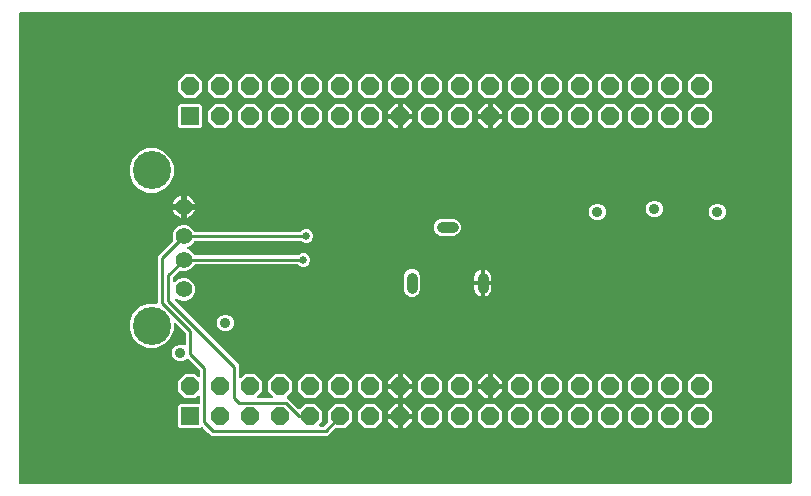
<source format=gbr>
G04 EAGLE Gerber RS-274X export*
G75*
%MOMM*%
%FSLAX34Y34*%
%LPD*%
%INBottom Copper*%
%IPPOS*%
%AMOC8*
5,1,8,0,0,1.08239X$1,22.5*%
G01*
%ADD10R,1.524000X1.524000*%
%ADD11P,1.649562X8X22.500000*%
%ADD12C,0.904800*%
%ADD13C,1.400000*%
%ADD14C,3.220000*%
%ADD15C,0.609600*%
%ADD16C,0.654800*%
%ADD17C,0.914400*%
%ADD18C,0.254000*%

G36*
X655946Y3318D02*
X655946Y3318D01*
X656065Y3325D01*
X656103Y3338D01*
X656144Y3343D01*
X656254Y3386D01*
X656367Y3423D01*
X656402Y3445D01*
X656439Y3460D01*
X656535Y3529D01*
X656636Y3593D01*
X656664Y3623D01*
X656697Y3646D01*
X656773Y3738D01*
X656854Y3825D01*
X656874Y3860D01*
X656899Y3891D01*
X656950Y3999D01*
X657008Y4103D01*
X657018Y4143D01*
X657035Y4179D01*
X657057Y4296D01*
X657087Y4411D01*
X657091Y4471D01*
X657095Y4491D01*
X657093Y4512D01*
X657097Y4572D01*
X657097Y401828D01*
X657082Y401946D01*
X657075Y402065D01*
X657062Y402103D01*
X657057Y402144D01*
X657014Y402254D01*
X656977Y402367D01*
X656955Y402402D01*
X656940Y402439D01*
X656871Y402535D01*
X656807Y402636D01*
X656777Y402664D01*
X656754Y402697D01*
X656662Y402773D01*
X656575Y402854D01*
X656540Y402874D01*
X656509Y402899D01*
X656401Y402950D01*
X656297Y403008D01*
X656257Y403018D01*
X656221Y403035D01*
X656104Y403057D01*
X655989Y403087D01*
X655929Y403091D01*
X655909Y403095D01*
X655888Y403093D01*
X655828Y403097D01*
X4572Y403097D01*
X4454Y403082D01*
X4335Y403075D01*
X4297Y403062D01*
X4256Y403057D01*
X4146Y403014D01*
X4033Y402977D01*
X3998Y402955D01*
X3961Y402940D01*
X3865Y402871D01*
X3764Y402807D01*
X3736Y402777D01*
X3703Y402754D01*
X3627Y402662D01*
X3546Y402575D01*
X3526Y402540D01*
X3501Y402509D01*
X3450Y402401D01*
X3392Y402297D01*
X3382Y402257D01*
X3365Y402221D01*
X3343Y402104D01*
X3313Y401989D01*
X3309Y401929D01*
X3305Y401909D01*
X3307Y401888D01*
X3303Y401828D01*
X3303Y4572D01*
X3318Y4454D01*
X3325Y4335D01*
X3338Y4297D01*
X3343Y4256D01*
X3386Y4146D01*
X3423Y4033D01*
X3445Y3998D01*
X3460Y3961D01*
X3529Y3865D01*
X3593Y3764D01*
X3623Y3736D01*
X3646Y3703D01*
X3738Y3627D01*
X3825Y3546D01*
X3860Y3526D01*
X3891Y3501D01*
X3999Y3450D01*
X4103Y3392D01*
X4143Y3382D01*
X4179Y3365D01*
X4296Y3343D01*
X4411Y3313D01*
X4471Y3309D01*
X4491Y3305D01*
X4512Y3307D01*
X4572Y3303D01*
X655828Y3303D01*
X655946Y3318D01*
G37*
%LPC*%
G36*
X166062Y44449D02*
X166062Y44449D01*
X163458Y47053D01*
X159219Y51291D01*
X159125Y51364D01*
X159036Y51443D01*
X159000Y51461D01*
X158968Y51486D01*
X158859Y51534D01*
X158753Y51588D01*
X158714Y51597D01*
X158676Y51613D01*
X158559Y51631D01*
X158443Y51657D01*
X158402Y51656D01*
X158362Y51662D01*
X158244Y51651D01*
X158125Y51648D01*
X158086Y51636D01*
X158046Y51633D01*
X157934Y51592D01*
X157819Y51559D01*
X157784Y51539D01*
X157746Y51525D01*
X157648Y51458D01*
X157545Y51398D01*
X157500Y51358D01*
X157483Y51346D01*
X157470Y51331D01*
X157424Y51291D01*
X156672Y50539D01*
X139328Y50539D01*
X137839Y52028D01*
X137839Y69372D01*
X139328Y70861D01*
X154940Y70861D01*
X155058Y70876D01*
X155177Y70883D01*
X155215Y70896D01*
X155256Y70901D01*
X155366Y70944D01*
X155479Y70981D01*
X155514Y71003D01*
X155551Y71018D01*
X155647Y71087D01*
X155748Y71151D01*
X155776Y71181D01*
X155809Y71204D01*
X155885Y71296D01*
X155966Y71383D01*
X155986Y71418D01*
X156011Y71449D01*
X156062Y71557D01*
X156120Y71661D01*
X156130Y71701D01*
X156147Y71737D01*
X156169Y71854D01*
X156199Y71969D01*
X156203Y72029D01*
X156207Y72049D01*
X156205Y72070D01*
X156209Y72130D01*
X156209Y76876D01*
X156192Y77013D01*
X156179Y77152D01*
X156172Y77171D01*
X156169Y77191D01*
X156118Y77320D01*
X156071Y77451D01*
X156060Y77468D01*
X156052Y77487D01*
X155971Y77599D01*
X155893Y77714D01*
X155877Y77728D01*
X155866Y77744D01*
X155758Y77833D01*
X155654Y77925D01*
X155636Y77934D01*
X155621Y77947D01*
X155495Y78006D01*
X155371Y78069D01*
X155351Y78074D01*
X155333Y78083D01*
X155197Y78109D01*
X155061Y78139D01*
X155040Y78138D01*
X155021Y78142D01*
X154882Y78134D01*
X154743Y78129D01*
X154723Y78124D01*
X154703Y78123D01*
X154571Y78080D01*
X154437Y78041D01*
X154420Y78031D01*
X154401Y78025D01*
X154283Y77950D01*
X154163Y77879D01*
X154142Y77861D01*
X154132Y77854D01*
X154118Y77839D01*
X154043Y77773D01*
X152209Y75939D01*
X143791Y75939D01*
X137839Y81891D01*
X137839Y90309D01*
X143791Y96261D01*
X152209Y96261D01*
X154043Y94427D01*
X154152Y94342D01*
X154259Y94253D01*
X154278Y94244D01*
X154294Y94232D01*
X154422Y94177D01*
X154547Y94117D01*
X154567Y94114D01*
X154586Y94106D01*
X154724Y94084D01*
X154860Y94058D01*
X154880Y94059D01*
X154900Y94056D01*
X155039Y94069D01*
X155177Y94077D01*
X155196Y94084D01*
X155216Y94086D01*
X155348Y94133D01*
X155479Y94175D01*
X155497Y94186D01*
X155516Y94193D01*
X155631Y94271D01*
X155748Y94346D01*
X155762Y94360D01*
X155779Y94372D01*
X155871Y94476D01*
X155966Y94577D01*
X155976Y94595D01*
X155989Y94610D01*
X156053Y94734D01*
X156120Y94856D01*
X156125Y94875D01*
X156134Y94893D01*
X156164Y95029D01*
X156199Y95164D01*
X156201Y95192D01*
X156204Y95204D01*
X156203Y95224D01*
X156209Y95324D01*
X156209Y99496D01*
X156197Y99594D01*
X156194Y99693D01*
X156177Y99751D01*
X156169Y99811D01*
X156133Y99903D01*
X156105Y99999D01*
X156075Y100051D01*
X156052Y100107D01*
X155994Y100187D01*
X155944Y100272D01*
X155878Y100348D01*
X155866Y100364D01*
X155856Y100372D01*
X155838Y100393D01*
X146875Y109356D01*
X146742Y109488D01*
X146648Y109561D01*
X146559Y109640D01*
X146523Y109659D01*
X146491Y109683D01*
X146382Y109731D01*
X146276Y109785D01*
X146236Y109794D01*
X146199Y109810D01*
X146082Y109828D01*
X145965Y109854D01*
X145925Y109853D01*
X145885Y109860D01*
X145767Y109848D01*
X145648Y109845D01*
X145609Y109834D01*
X145569Y109830D01*
X145457Y109790D01*
X145342Y109756D01*
X145307Y109736D01*
X145269Y109722D01*
X145171Y109655D01*
X145068Y109595D01*
X145023Y109555D01*
X145006Y109544D01*
X144993Y109528D01*
X144947Y109488D01*
X143729Y108270D01*
X141115Y107187D01*
X138285Y107187D01*
X135671Y108270D01*
X133670Y110271D01*
X132587Y112885D01*
X132587Y115715D01*
X133670Y118329D01*
X135671Y120330D01*
X138285Y121413D01*
X141115Y121413D01*
X142516Y120832D01*
X142564Y120819D01*
X142609Y120798D01*
X142717Y120777D01*
X142823Y120748D01*
X142873Y120747D01*
X142922Y120738D01*
X143031Y120745D01*
X143141Y120743D01*
X143189Y120755D01*
X143239Y120758D01*
X143343Y120792D01*
X143450Y120817D01*
X143494Y120841D01*
X143541Y120856D01*
X143634Y120915D01*
X143731Y120966D01*
X143768Y120999D01*
X143810Y121026D01*
X143885Y121106D01*
X143967Y121180D01*
X143994Y121221D01*
X144028Y121258D01*
X144081Y121354D01*
X144141Y121446D01*
X144158Y121493D01*
X144182Y121536D01*
X144209Y121642D01*
X144245Y121746D01*
X144249Y121796D01*
X144261Y121844D01*
X144271Y122005D01*
X144271Y130970D01*
X144259Y131068D01*
X144256Y131167D01*
X144239Y131225D01*
X144231Y131285D01*
X144195Y131377D01*
X144167Y131473D01*
X144137Y131525D01*
X144114Y131581D01*
X144056Y131661D01*
X144006Y131746D01*
X143940Y131822D01*
X143928Y131838D01*
X143918Y131846D01*
X143900Y131867D01*
X136306Y139460D01*
X136197Y139546D01*
X136090Y139634D01*
X136071Y139643D01*
X136055Y139655D01*
X135927Y139711D01*
X135802Y139770D01*
X135782Y139774D01*
X135763Y139782D01*
X135625Y139804D01*
X135489Y139830D01*
X135469Y139828D01*
X135449Y139831D01*
X135310Y139818D01*
X135172Y139810D01*
X135153Y139804D01*
X135133Y139802D01*
X135001Y139754D01*
X134870Y139712D01*
X134852Y139701D01*
X134833Y139694D01*
X134718Y139616D01*
X134601Y139542D01*
X134587Y139527D01*
X134570Y139515D01*
X134478Y139411D01*
X134383Y139310D01*
X134373Y139292D01*
X134360Y139277D01*
X134296Y139153D01*
X134229Y139031D01*
X134224Y139012D01*
X134215Y138994D01*
X134185Y138858D01*
X134150Y138724D01*
X134148Y138695D01*
X134145Y138684D01*
X134146Y138663D01*
X134140Y138563D01*
X134140Y133792D01*
X131302Y126941D01*
X126058Y121697D01*
X119207Y118859D01*
X111791Y118859D01*
X104940Y121697D01*
X99696Y126941D01*
X96858Y133792D01*
X96858Y141208D01*
X99696Y148059D01*
X104940Y153303D01*
X111791Y156141D01*
X119380Y156141D01*
X119498Y156156D01*
X119617Y156163D01*
X119655Y156176D01*
X119696Y156181D01*
X119806Y156224D01*
X119919Y156261D01*
X119954Y156283D01*
X119991Y156298D01*
X120087Y156367D01*
X120188Y156431D01*
X120216Y156461D01*
X120249Y156484D01*
X120325Y156576D01*
X120406Y156663D01*
X120426Y156698D01*
X120451Y156729D01*
X120502Y156837D01*
X120560Y156941D01*
X120570Y156981D01*
X120587Y157017D01*
X120609Y157134D01*
X120639Y157249D01*
X120643Y157309D01*
X120647Y157329D01*
X120645Y157350D01*
X120649Y157410D01*
X120649Y196638D01*
X123253Y199242D01*
X133120Y209109D01*
X133138Y209132D01*
X133160Y209151D01*
X133235Y209257D01*
X133315Y209360D01*
X133326Y209387D01*
X133343Y209411D01*
X133389Y209533D01*
X133441Y209652D01*
X133446Y209681D01*
X133456Y209709D01*
X133470Y209838D01*
X133491Y209966D01*
X133488Y209996D01*
X133491Y210025D01*
X133473Y210153D01*
X133461Y210283D01*
X133451Y210311D01*
X133447Y210340D01*
X133395Y210492D01*
X133059Y211302D01*
X133059Y215098D01*
X134512Y218604D01*
X137196Y221288D01*
X140702Y222741D01*
X144498Y222741D01*
X148004Y221288D01*
X150688Y218604D01*
X151024Y217794D01*
X151038Y217769D01*
X151048Y217741D01*
X151117Y217631D01*
X151181Y217518D01*
X151202Y217497D01*
X151218Y217472D01*
X151313Y217383D01*
X151403Y217290D01*
X151428Y217274D01*
X151449Y217254D01*
X151563Y217191D01*
X151674Y217123D01*
X151702Y217115D01*
X151728Y217100D01*
X151854Y217068D01*
X151978Y217030D01*
X152007Y217028D01*
X152036Y217021D01*
X152196Y217011D01*
X241282Y217011D01*
X241380Y217023D01*
X241479Y217026D01*
X241537Y217043D01*
X241597Y217051D01*
X241689Y217087D01*
X241784Y217115D01*
X241837Y217145D01*
X241893Y217168D01*
X241973Y217226D01*
X242058Y217276D01*
X242134Y217342D01*
X242150Y217354D01*
X242158Y217364D01*
X242179Y217382D01*
X243086Y218290D01*
X245223Y219175D01*
X247537Y219175D01*
X249674Y218290D01*
X251310Y216654D01*
X252195Y214517D01*
X252195Y212203D01*
X251310Y210066D01*
X249674Y208430D01*
X247537Y207545D01*
X245223Y207545D01*
X243086Y208430D01*
X242499Y209018D01*
X242421Y209078D01*
X242349Y209146D01*
X242296Y209175D01*
X242248Y209212D01*
X242157Y209252D01*
X242070Y209300D01*
X242012Y209315D01*
X241956Y209339D01*
X241858Y209354D01*
X241762Y209379D01*
X241662Y209385D01*
X241642Y209389D01*
X241630Y209387D01*
X241602Y209389D01*
X152196Y209389D01*
X152167Y209386D01*
X152138Y209388D01*
X152010Y209366D01*
X151881Y209349D01*
X151854Y209339D01*
X151824Y209334D01*
X151706Y209280D01*
X151585Y209232D01*
X151561Y209215D01*
X151534Y209203D01*
X151433Y209122D01*
X151328Y209046D01*
X151309Y209023D01*
X151286Y209004D01*
X151208Y208901D01*
X151125Y208801D01*
X151113Y208774D01*
X151095Y208750D01*
X151024Y208606D01*
X150688Y207796D01*
X148004Y205112D01*
X146220Y204373D01*
X146100Y204304D01*
X145976Y204239D01*
X145961Y204225D01*
X145944Y204215D01*
X145844Y204119D01*
X145741Y204025D01*
X145730Y204008D01*
X145715Y203994D01*
X145643Y203875D01*
X145566Y203759D01*
X145560Y203740D01*
X145549Y203723D01*
X145508Y203590D01*
X145463Y203458D01*
X145461Y203438D01*
X145455Y203419D01*
X145449Y203280D01*
X145438Y203141D01*
X145441Y203121D01*
X145440Y203101D01*
X145468Y202965D01*
X145492Y202828D01*
X145501Y202809D01*
X145505Y202790D01*
X145566Y202665D01*
X145623Y202538D01*
X145635Y202522D01*
X145644Y202504D01*
X145735Y202398D01*
X145821Y202290D01*
X145838Y202277D01*
X145851Y202262D01*
X145964Y202182D01*
X146075Y202098D01*
X146101Y202086D01*
X146111Y202079D01*
X146130Y202072D01*
X146220Y202027D01*
X148004Y201288D01*
X150688Y198604D01*
X151024Y197794D01*
X151038Y197769D01*
X151048Y197741D01*
X151117Y197631D01*
X151181Y197518D01*
X151202Y197497D01*
X151218Y197472D01*
X151312Y197383D01*
X151403Y197290D01*
X151428Y197274D01*
X151449Y197254D01*
X151563Y197191D01*
X151674Y197123D01*
X151702Y197115D01*
X151728Y197100D01*
X151853Y197068D01*
X151978Y197030D01*
X152007Y197028D01*
X152036Y197021D01*
X152196Y197011D01*
X239062Y197011D01*
X239160Y197023D01*
X239259Y197026D01*
X239317Y197043D01*
X239377Y197051D01*
X239469Y197087D01*
X239564Y197115D01*
X239617Y197145D01*
X239673Y197168D01*
X239753Y197226D01*
X239838Y197276D01*
X239914Y197342D01*
X239930Y197354D01*
X239938Y197364D01*
X239959Y197382D01*
X240546Y197970D01*
X242683Y198855D01*
X244997Y198855D01*
X247134Y197970D01*
X248770Y196334D01*
X249655Y194197D01*
X249655Y191883D01*
X248770Y189746D01*
X247134Y188110D01*
X244997Y187225D01*
X242683Y187225D01*
X240546Y188110D01*
X239639Y189018D01*
X239561Y189078D01*
X239489Y189146D01*
X239436Y189175D01*
X239388Y189212D01*
X239297Y189252D01*
X239210Y189300D01*
X239152Y189315D01*
X239096Y189339D01*
X238998Y189354D01*
X238902Y189379D01*
X238802Y189385D01*
X238782Y189389D01*
X238770Y189387D01*
X238742Y189389D01*
X152196Y189389D01*
X152167Y189386D01*
X152138Y189388D01*
X152010Y189366D01*
X151881Y189349D01*
X151853Y189339D01*
X151824Y189334D01*
X151706Y189280D01*
X151585Y189232D01*
X151561Y189215D01*
X151534Y189203D01*
X151433Y189122D01*
X151328Y189046D01*
X151309Y189023D01*
X151286Y189004D01*
X151208Y188901D01*
X151125Y188801D01*
X151112Y188774D01*
X151095Y188750D01*
X151024Y188606D01*
X150688Y187796D01*
X148004Y185112D01*
X144498Y183659D01*
X140702Y183659D01*
X139892Y183995D01*
X139864Y184003D01*
X139837Y184016D01*
X139711Y184045D01*
X139585Y184079D01*
X139556Y184079D01*
X139527Y184086D01*
X139397Y184082D01*
X139267Y184084D01*
X139239Y184077D01*
X139209Y184076D01*
X139085Y184040D01*
X138958Y184010D01*
X138932Y183996D01*
X138904Y183988D01*
X138792Y183922D01*
X138677Y183861D01*
X138655Y183841D01*
X138630Y183826D01*
X138509Y183720D01*
X133722Y178933D01*
X133662Y178855D01*
X133594Y178783D01*
X133565Y178730D01*
X133528Y178682D01*
X133488Y178591D01*
X133440Y178504D01*
X133425Y178446D01*
X133401Y178390D01*
X133386Y178292D01*
X133361Y178196D01*
X133355Y178096D01*
X133351Y178076D01*
X133353Y178064D01*
X133351Y178036D01*
X133351Y175508D01*
X133368Y175370D01*
X133381Y175231D01*
X133388Y175212D01*
X133391Y175192D01*
X133442Y175063D01*
X133489Y174932D01*
X133500Y174915D01*
X133508Y174896D01*
X133589Y174784D01*
X133667Y174669D01*
X133683Y174655D01*
X133694Y174639D01*
X133802Y174550D01*
X133906Y174458D01*
X133924Y174449D01*
X133939Y174436D01*
X134065Y174377D01*
X134189Y174314D01*
X134209Y174309D01*
X134227Y174301D01*
X134364Y174275D01*
X134499Y174244D01*
X134520Y174245D01*
X134539Y174241D01*
X134678Y174250D01*
X134817Y174254D01*
X134837Y174259D01*
X134857Y174261D01*
X134989Y174303D01*
X135123Y174342D01*
X135140Y174352D01*
X135159Y174359D01*
X135277Y174433D01*
X135397Y174504D01*
X135418Y174522D01*
X135428Y174529D01*
X135442Y174544D01*
X135517Y174610D01*
X137196Y176288D01*
X140702Y177741D01*
X144498Y177741D01*
X148004Y176288D01*
X150688Y173604D01*
X152141Y170098D01*
X152141Y166302D01*
X150688Y162796D01*
X148004Y160112D01*
X144498Y158659D01*
X140702Y158659D01*
X136983Y160200D01*
X136916Y160218D01*
X136852Y160246D01*
X136763Y160260D01*
X136676Y160284D01*
X136606Y160285D01*
X136537Y160296D01*
X136448Y160287D01*
X136358Y160289D01*
X136290Y160273D01*
X136221Y160266D01*
X136136Y160236D01*
X136049Y160215D01*
X135987Y160182D01*
X135922Y160158D01*
X135847Y160108D01*
X135768Y160066D01*
X135716Y160019D01*
X135658Y159980D01*
X135599Y159913D01*
X135532Y159852D01*
X135494Y159794D01*
X135448Y159741D01*
X135407Y159662D01*
X135358Y159586D01*
X135335Y159520D01*
X135303Y159458D01*
X135284Y159371D01*
X135254Y159286D01*
X135249Y159216D01*
X135234Y159148D01*
X135236Y159058D01*
X135229Y158969D01*
X135241Y158900D01*
X135243Y158830D01*
X135268Y158744D01*
X135284Y158655D01*
X135312Y158592D01*
X135332Y158525D01*
X135377Y158447D01*
X135414Y158365D01*
X135458Y158311D01*
X135493Y158251D01*
X135600Y158130D01*
X189231Y104499D01*
X189231Y93964D01*
X189248Y93827D01*
X189261Y93688D01*
X189268Y93669D01*
X189271Y93649D01*
X189322Y93520D01*
X189369Y93389D01*
X189380Y93372D01*
X189388Y93353D01*
X189469Y93241D01*
X189547Y93126D01*
X189563Y93112D01*
X189574Y93096D01*
X189682Y93007D01*
X189786Y92915D01*
X189804Y92906D01*
X189819Y92893D01*
X189945Y92834D01*
X190069Y92771D01*
X190089Y92766D01*
X190107Y92757D01*
X190243Y92731D01*
X190379Y92701D01*
X190400Y92702D01*
X190419Y92698D01*
X190558Y92706D01*
X190697Y92711D01*
X190717Y92716D01*
X190737Y92717D01*
X190869Y92760D01*
X191003Y92799D01*
X191020Y92809D01*
X191039Y92815D01*
X191157Y92890D01*
X191277Y92961D01*
X191298Y92979D01*
X191308Y92986D01*
X191322Y93001D01*
X191397Y93067D01*
X194591Y96261D01*
X203009Y96261D01*
X208961Y90309D01*
X208961Y81891D01*
X205177Y78107D01*
X205092Y77998D01*
X205003Y77891D01*
X204994Y77872D01*
X204982Y77856D01*
X204927Y77728D01*
X204867Y77603D01*
X204864Y77583D01*
X204856Y77564D01*
X204834Y77426D01*
X204808Y77290D01*
X204809Y77270D01*
X204806Y77250D01*
X204819Y77111D01*
X204827Y76973D01*
X204834Y76954D01*
X204836Y76934D01*
X204883Y76802D01*
X204925Y76671D01*
X204936Y76653D01*
X204943Y76634D01*
X205021Y76519D01*
X205096Y76402D01*
X205110Y76388D01*
X205122Y76371D01*
X205226Y76279D01*
X205327Y76184D01*
X205345Y76174D01*
X205360Y76161D01*
X205484Y76097D01*
X205606Y76030D01*
X205625Y76025D01*
X205643Y76016D01*
X205779Y75986D01*
X205914Y75951D01*
X205942Y75949D01*
X205954Y75946D01*
X205974Y75947D01*
X206074Y75941D01*
X216926Y75941D01*
X217063Y75958D01*
X217202Y75971D01*
X217221Y75978D01*
X217241Y75981D01*
X217370Y76032D01*
X217501Y76079D01*
X217518Y76090D01*
X217537Y76098D01*
X217649Y76179D01*
X217764Y76257D01*
X217778Y76273D01*
X217794Y76284D01*
X217883Y76392D01*
X217975Y76496D01*
X217984Y76514D01*
X217997Y76529D01*
X218056Y76655D01*
X218119Y76779D01*
X218124Y76799D01*
X218133Y76817D01*
X218159Y76953D01*
X218189Y77089D01*
X218188Y77110D01*
X218192Y77129D01*
X218184Y77268D01*
X218179Y77407D01*
X218174Y77427D01*
X218173Y77447D01*
X218130Y77579D01*
X218091Y77713D01*
X218081Y77730D01*
X218075Y77749D01*
X218000Y77867D01*
X217929Y77987D01*
X217911Y78008D01*
X217904Y78018D01*
X217889Y78032D01*
X217823Y78107D01*
X214039Y81891D01*
X214039Y90309D01*
X219991Y96261D01*
X228409Y96261D01*
X234361Y90309D01*
X234361Y81891D01*
X230359Y77890D01*
X230286Y77795D01*
X230207Y77706D01*
X230189Y77670D01*
X230164Y77638D01*
X230117Y77529D01*
X230063Y77423D01*
X230054Y77384D01*
X230038Y77347D01*
X230019Y77229D01*
X229993Y77113D01*
X229994Y77072D01*
X229988Y77032D01*
X229999Y76914D01*
X230003Y76795D01*
X230014Y76756D01*
X230018Y76716D01*
X230058Y76604D01*
X230091Y76489D01*
X230112Y76455D01*
X230125Y76417D01*
X230192Y76318D01*
X230253Y76215D01*
X230293Y76170D01*
X230304Y76153D01*
X230319Y76140D01*
X230359Y76095D01*
X239595Y66859D01*
X239689Y66786D01*
X239778Y66707D01*
X239814Y66689D01*
X239846Y66664D01*
X239955Y66617D01*
X240061Y66563D01*
X240101Y66554D01*
X240138Y66538D01*
X240256Y66519D01*
X240371Y66493D01*
X240412Y66494D01*
X240452Y66488D01*
X240570Y66499D01*
X240689Y66503D01*
X240728Y66514D01*
X240768Y66518D01*
X240881Y66558D01*
X240995Y66591D01*
X241030Y66612D01*
X241068Y66625D01*
X241166Y66692D01*
X241269Y66753D01*
X241314Y66792D01*
X241331Y66804D01*
X241344Y66819D01*
X241390Y66859D01*
X245391Y70861D01*
X253809Y70861D01*
X259761Y64909D01*
X259761Y56491D01*
X257507Y54237D01*
X257422Y54128D01*
X257333Y54021D01*
X257324Y54002D01*
X257312Y53986D01*
X257257Y53858D01*
X257197Y53733D01*
X257194Y53713D01*
X257186Y53694D01*
X257164Y53556D01*
X257138Y53420D01*
X257139Y53400D01*
X257136Y53380D01*
X257149Y53241D01*
X257157Y53103D01*
X257164Y53084D01*
X257166Y53064D01*
X257213Y52932D01*
X257255Y52801D01*
X257266Y52783D01*
X257273Y52764D01*
X257351Y52649D01*
X257426Y52532D01*
X257440Y52518D01*
X257452Y52501D01*
X257556Y52409D01*
X257657Y52314D01*
X257675Y52304D01*
X257690Y52291D01*
X257814Y52227D01*
X257936Y52160D01*
X257955Y52155D01*
X257973Y52146D01*
X258109Y52116D01*
X258244Y52081D01*
X258272Y52079D01*
X258284Y52076D01*
X258304Y52077D01*
X258404Y52071D01*
X260456Y52071D01*
X260554Y52083D01*
X260653Y52086D01*
X260711Y52103D01*
X260771Y52111D01*
X260863Y52147D01*
X260959Y52175D01*
X261011Y52205D01*
X261067Y52228D01*
X261147Y52286D01*
X261232Y52336D01*
X261308Y52402D01*
X261324Y52414D01*
X261332Y52424D01*
X261353Y52442D01*
X264468Y55557D01*
X264528Y55635D01*
X264596Y55707D01*
X264625Y55760D01*
X264662Y55808D01*
X264702Y55899D01*
X264750Y55986D01*
X264765Y56044D01*
X264789Y56100D01*
X264804Y56198D01*
X264829Y56294D01*
X264835Y56394D01*
X264839Y56414D01*
X264837Y56426D01*
X264839Y56454D01*
X264839Y64909D01*
X270791Y70861D01*
X279209Y70861D01*
X285161Y64909D01*
X285161Y56491D01*
X279209Y50539D01*
X270754Y50539D01*
X270656Y50527D01*
X270557Y50524D01*
X270499Y50507D01*
X270439Y50499D01*
X270347Y50463D01*
X270251Y50435D01*
X270199Y50405D01*
X270143Y50382D01*
X270063Y50324D01*
X269978Y50274D01*
X269902Y50208D01*
X269886Y50196D01*
X269878Y50186D01*
X269857Y50168D01*
X264138Y44449D01*
X166062Y44449D01*
G37*
%LPD*%
%LPC*%
G36*
X111791Y250259D02*
X111791Y250259D01*
X104940Y253097D01*
X99696Y258341D01*
X96858Y265192D01*
X96858Y272608D01*
X99696Y279459D01*
X104940Y284703D01*
X111791Y287541D01*
X119207Y287541D01*
X126058Y284703D01*
X131302Y279459D01*
X134140Y272608D01*
X134140Y265192D01*
X131302Y258341D01*
X126058Y253097D01*
X119207Y250259D01*
X111791Y250259D01*
G37*
%LPD*%
%LPC*%
G36*
X139328Y304539D02*
X139328Y304539D01*
X137839Y306028D01*
X137839Y323372D01*
X139328Y324861D01*
X156672Y324861D01*
X158161Y323372D01*
X158161Y306028D01*
X156672Y304539D01*
X139328Y304539D01*
G37*
%LPD*%
%LPC*%
G36*
X550191Y329939D02*
X550191Y329939D01*
X544239Y335891D01*
X544239Y344309D01*
X550191Y350261D01*
X558609Y350261D01*
X564561Y344309D01*
X564561Y335891D01*
X558609Y329939D01*
X550191Y329939D01*
G37*
%LPD*%
%LPC*%
G36*
X524791Y329939D02*
X524791Y329939D01*
X518839Y335891D01*
X518839Y344309D01*
X524791Y350261D01*
X533209Y350261D01*
X539161Y344309D01*
X539161Y335891D01*
X533209Y329939D01*
X524791Y329939D01*
G37*
%LPD*%
%LPC*%
G36*
X499391Y329939D02*
X499391Y329939D01*
X493439Y335891D01*
X493439Y344309D01*
X499391Y350261D01*
X507809Y350261D01*
X513761Y344309D01*
X513761Y335891D01*
X507809Y329939D01*
X499391Y329939D01*
G37*
%LPD*%
%LPC*%
G36*
X473991Y329939D02*
X473991Y329939D01*
X468039Y335891D01*
X468039Y344309D01*
X473991Y350261D01*
X482409Y350261D01*
X488361Y344309D01*
X488361Y335891D01*
X482409Y329939D01*
X473991Y329939D01*
G37*
%LPD*%
%LPC*%
G36*
X448591Y329939D02*
X448591Y329939D01*
X442639Y335891D01*
X442639Y344309D01*
X448591Y350261D01*
X457009Y350261D01*
X462961Y344309D01*
X462961Y335891D01*
X457009Y329939D01*
X448591Y329939D01*
G37*
%LPD*%
%LPC*%
G36*
X423191Y329939D02*
X423191Y329939D01*
X417239Y335891D01*
X417239Y344309D01*
X423191Y350261D01*
X431609Y350261D01*
X437561Y344309D01*
X437561Y335891D01*
X431609Y329939D01*
X423191Y329939D01*
G37*
%LPD*%
%LPC*%
G36*
X397791Y329939D02*
X397791Y329939D01*
X391839Y335891D01*
X391839Y344309D01*
X397791Y350261D01*
X406209Y350261D01*
X412161Y344309D01*
X412161Y335891D01*
X406209Y329939D01*
X397791Y329939D01*
G37*
%LPD*%
%LPC*%
G36*
X372391Y329939D02*
X372391Y329939D01*
X366439Y335891D01*
X366439Y344309D01*
X372391Y350261D01*
X380809Y350261D01*
X386761Y344309D01*
X386761Y335891D01*
X380809Y329939D01*
X372391Y329939D01*
G37*
%LPD*%
%LPC*%
G36*
X346991Y329939D02*
X346991Y329939D01*
X341039Y335891D01*
X341039Y344309D01*
X346991Y350261D01*
X355409Y350261D01*
X361361Y344309D01*
X361361Y335891D01*
X355409Y329939D01*
X346991Y329939D01*
G37*
%LPD*%
%LPC*%
G36*
X321591Y329939D02*
X321591Y329939D01*
X315639Y335891D01*
X315639Y344309D01*
X321591Y350261D01*
X330009Y350261D01*
X335961Y344309D01*
X335961Y335891D01*
X330009Y329939D01*
X321591Y329939D01*
G37*
%LPD*%
%LPC*%
G36*
X296191Y329939D02*
X296191Y329939D01*
X290239Y335891D01*
X290239Y344309D01*
X296191Y350261D01*
X304609Y350261D01*
X310561Y344309D01*
X310561Y335891D01*
X304609Y329939D01*
X296191Y329939D01*
G37*
%LPD*%
%LPC*%
G36*
X270791Y329939D02*
X270791Y329939D01*
X264839Y335891D01*
X264839Y344309D01*
X270791Y350261D01*
X279209Y350261D01*
X285161Y344309D01*
X285161Y335891D01*
X279209Y329939D01*
X270791Y329939D01*
G37*
%LPD*%
%LPC*%
G36*
X245391Y329939D02*
X245391Y329939D01*
X239439Y335891D01*
X239439Y344309D01*
X245391Y350261D01*
X253809Y350261D01*
X259761Y344309D01*
X259761Y335891D01*
X253809Y329939D01*
X245391Y329939D01*
G37*
%LPD*%
%LPC*%
G36*
X219991Y329939D02*
X219991Y329939D01*
X214039Y335891D01*
X214039Y344309D01*
X219991Y350261D01*
X228409Y350261D01*
X234361Y344309D01*
X234361Y335891D01*
X228409Y329939D01*
X219991Y329939D01*
G37*
%LPD*%
%LPC*%
G36*
X194591Y329939D02*
X194591Y329939D01*
X188639Y335891D01*
X188639Y344309D01*
X194591Y350261D01*
X203009Y350261D01*
X208961Y344309D01*
X208961Y335891D01*
X203009Y329939D01*
X194591Y329939D01*
G37*
%LPD*%
%LPC*%
G36*
X245391Y304539D02*
X245391Y304539D01*
X239439Y310491D01*
X239439Y318909D01*
X245391Y324861D01*
X253809Y324861D01*
X259761Y318909D01*
X259761Y310491D01*
X253809Y304539D01*
X245391Y304539D01*
G37*
%LPD*%
%LPC*%
G36*
X169191Y304539D02*
X169191Y304539D01*
X163239Y310491D01*
X163239Y318909D01*
X169191Y324861D01*
X177609Y324861D01*
X183561Y318909D01*
X183561Y310491D01*
X177609Y304539D01*
X169191Y304539D01*
G37*
%LPD*%
%LPC*%
G36*
X575591Y304539D02*
X575591Y304539D01*
X569639Y310491D01*
X569639Y318909D01*
X575591Y324861D01*
X584009Y324861D01*
X589961Y318909D01*
X589961Y310491D01*
X584009Y304539D01*
X575591Y304539D01*
G37*
%LPD*%
%LPC*%
G36*
X550191Y304539D02*
X550191Y304539D01*
X544239Y310491D01*
X544239Y318909D01*
X550191Y324861D01*
X558609Y324861D01*
X564561Y318909D01*
X564561Y310491D01*
X558609Y304539D01*
X550191Y304539D01*
G37*
%LPD*%
%LPC*%
G36*
X524791Y304539D02*
X524791Y304539D01*
X518839Y310491D01*
X518839Y318909D01*
X524791Y324861D01*
X533209Y324861D01*
X539161Y318909D01*
X539161Y310491D01*
X533209Y304539D01*
X524791Y304539D01*
G37*
%LPD*%
%LPC*%
G36*
X499391Y304539D02*
X499391Y304539D01*
X493439Y310491D01*
X493439Y318909D01*
X499391Y324861D01*
X507809Y324861D01*
X513761Y318909D01*
X513761Y310491D01*
X507809Y304539D01*
X499391Y304539D01*
G37*
%LPD*%
%LPC*%
G36*
X473991Y304539D02*
X473991Y304539D01*
X468039Y310491D01*
X468039Y318909D01*
X473991Y324861D01*
X482409Y324861D01*
X488361Y318909D01*
X488361Y310491D01*
X482409Y304539D01*
X473991Y304539D01*
G37*
%LPD*%
%LPC*%
G36*
X448591Y304539D02*
X448591Y304539D01*
X442639Y310491D01*
X442639Y318909D01*
X448591Y324861D01*
X457009Y324861D01*
X462961Y318909D01*
X462961Y310491D01*
X457009Y304539D01*
X448591Y304539D01*
G37*
%LPD*%
%LPC*%
G36*
X423191Y304539D02*
X423191Y304539D01*
X417239Y310491D01*
X417239Y318909D01*
X423191Y324861D01*
X431609Y324861D01*
X437561Y318909D01*
X437561Y310491D01*
X431609Y304539D01*
X423191Y304539D01*
G37*
%LPD*%
%LPC*%
G36*
X372391Y50539D02*
X372391Y50539D01*
X366439Y56491D01*
X366439Y64909D01*
X372391Y70861D01*
X380809Y70861D01*
X386761Y64909D01*
X386761Y56491D01*
X380809Y50539D01*
X372391Y50539D01*
G37*
%LPD*%
%LPC*%
G36*
X397791Y50539D02*
X397791Y50539D01*
X391839Y56491D01*
X391839Y64909D01*
X397791Y70861D01*
X406209Y70861D01*
X412161Y64909D01*
X412161Y56491D01*
X406209Y50539D01*
X397791Y50539D01*
G37*
%LPD*%
%LPC*%
G36*
X372391Y304539D02*
X372391Y304539D01*
X366439Y310491D01*
X366439Y318909D01*
X372391Y324861D01*
X380809Y324861D01*
X386761Y318909D01*
X386761Y310491D01*
X380809Y304539D01*
X372391Y304539D01*
G37*
%LPD*%
%LPC*%
G36*
X346991Y304539D02*
X346991Y304539D01*
X341039Y310491D01*
X341039Y318909D01*
X346991Y324861D01*
X355409Y324861D01*
X361361Y318909D01*
X361361Y310491D01*
X355409Y304539D01*
X346991Y304539D01*
G37*
%LPD*%
%LPC*%
G36*
X423191Y50539D02*
X423191Y50539D01*
X417239Y56491D01*
X417239Y64909D01*
X423191Y70861D01*
X431609Y70861D01*
X437561Y64909D01*
X437561Y56491D01*
X431609Y50539D01*
X423191Y50539D01*
G37*
%LPD*%
%LPC*%
G36*
X448591Y50539D02*
X448591Y50539D01*
X442639Y56491D01*
X442639Y64909D01*
X448591Y70861D01*
X457009Y70861D01*
X462961Y64909D01*
X462961Y56491D01*
X457009Y50539D01*
X448591Y50539D01*
G37*
%LPD*%
%LPC*%
G36*
X296191Y304539D02*
X296191Y304539D01*
X290239Y310491D01*
X290239Y318909D01*
X296191Y324861D01*
X304609Y324861D01*
X310561Y318909D01*
X310561Y310491D01*
X304609Y304539D01*
X296191Y304539D01*
G37*
%LPD*%
%LPC*%
G36*
X270791Y304539D02*
X270791Y304539D01*
X264839Y310491D01*
X264839Y318909D01*
X270791Y324861D01*
X279209Y324861D01*
X285161Y318909D01*
X285161Y310491D01*
X279209Y304539D01*
X270791Y304539D01*
G37*
%LPD*%
%LPC*%
G36*
X219991Y304539D02*
X219991Y304539D01*
X214039Y310491D01*
X214039Y318909D01*
X219991Y324861D01*
X228409Y324861D01*
X234361Y318909D01*
X234361Y310491D01*
X228409Y304539D01*
X219991Y304539D01*
G37*
%LPD*%
%LPC*%
G36*
X194591Y304539D02*
X194591Y304539D01*
X188639Y310491D01*
X188639Y318909D01*
X194591Y324861D01*
X203009Y324861D01*
X208961Y318909D01*
X208961Y310491D01*
X203009Y304539D01*
X194591Y304539D01*
G37*
%LPD*%
%LPC*%
G36*
X575591Y329939D02*
X575591Y329939D01*
X569639Y335891D01*
X569639Y344309D01*
X575591Y350261D01*
X584009Y350261D01*
X589961Y344309D01*
X589961Y335891D01*
X584009Y329939D01*
X575591Y329939D01*
G37*
%LPD*%
%LPC*%
G36*
X473991Y50539D02*
X473991Y50539D01*
X468039Y56491D01*
X468039Y64909D01*
X473991Y70861D01*
X482409Y70861D01*
X488361Y64909D01*
X488361Y56491D01*
X482409Y50539D01*
X473991Y50539D01*
G37*
%LPD*%
%LPC*%
G36*
X499391Y50539D02*
X499391Y50539D01*
X493439Y56491D01*
X493439Y64909D01*
X499391Y70861D01*
X507809Y70861D01*
X513761Y64909D01*
X513761Y56491D01*
X507809Y50539D01*
X499391Y50539D01*
G37*
%LPD*%
%LPC*%
G36*
X524791Y50539D02*
X524791Y50539D01*
X518839Y56491D01*
X518839Y64909D01*
X524791Y70861D01*
X533209Y70861D01*
X539161Y64909D01*
X539161Y56491D01*
X533209Y50539D01*
X524791Y50539D01*
G37*
%LPD*%
%LPC*%
G36*
X550191Y50539D02*
X550191Y50539D01*
X544239Y56491D01*
X544239Y64909D01*
X550191Y70861D01*
X558609Y70861D01*
X564561Y64909D01*
X564561Y56491D01*
X558609Y50539D01*
X550191Y50539D01*
G37*
%LPD*%
%LPC*%
G36*
X143791Y329939D02*
X143791Y329939D01*
X137839Y335891D01*
X137839Y344309D01*
X143791Y350261D01*
X152209Y350261D01*
X158161Y344309D01*
X158161Y335891D01*
X152209Y329939D01*
X143791Y329939D01*
G37*
%LPD*%
%LPC*%
G36*
X575591Y50539D02*
X575591Y50539D01*
X569639Y56491D01*
X569639Y64909D01*
X575591Y70861D01*
X584009Y70861D01*
X589961Y64909D01*
X589961Y56491D01*
X584009Y50539D01*
X575591Y50539D01*
G37*
%LPD*%
%LPC*%
G36*
X346991Y50539D02*
X346991Y50539D01*
X341039Y56491D01*
X341039Y64909D01*
X346991Y70861D01*
X355409Y70861D01*
X361361Y64909D01*
X361361Y56491D01*
X355409Y50539D01*
X346991Y50539D01*
G37*
%LPD*%
%LPC*%
G36*
X296191Y50539D02*
X296191Y50539D01*
X290239Y56491D01*
X290239Y64909D01*
X296191Y70861D01*
X304609Y70861D01*
X310561Y64909D01*
X310561Y56491D01*
X304609Y50539D01*
X296191Y50539D01*
G37*
%LPD*%
%LPC*%
G36*
X296191Y75939D02*
X296191Y75939D01*
X290239Y81891D01*
X290239Y90309D01*
X296191Y96261D01*
X304609Y96261D01*
X310561Y90309D01*
X310561Y81891D01*
X304609Y75939D01*
X296191Y75939D01*
G37*
%LPD*%
%LPC*%
G36*
X270791Y75939D02*
X270791Y75939D01*
X264839Y81891D01*
X264839Y90309D01*
X270791Y96261D01*
X279209Y96261D01*
X285161Y90309D01*
X285161Y81891D01*
X279209Y75939D01*
X270791Y75939D01*
G37*
%LPD*%
%LPC*%
G36*
X245391Y75939D02*
X245391Y75939D01*
X239439Y81891D01*
X239439Y90309D01*
X245391Y96261D01*
X253809Y96261D01*
X259761Y90309D01*
X259761Y81891D01*
X253809Y75939D01*
X245391Y75939D01*
G37*
%LPD*%
%LPC*%
G36*
X372391Y75939D02*
X372391Y75939D01*
X366439Y81891D01*
X366439Y90309D01*
X372391Y96261D01*
X380809Y96261D01*
X386761Y90309D01*
X386761Y81891D01*
X380809Y75939D01*
X372391Y75939D01*
G37*
%LPD*%
%LPC*%
G36*
X499391Y75939D02*
X499391Y75939D01*
X493439Y81891D01*
X493439Y90309D01*
X499391Y96261D01*
X507809Y96261D01*
X513761Y90309D01*
X513761Y81891D01*
X507809Y75939D01*
X499391Y75939D01*
G37*
%LPD*%
%LPC*%
G36*
X169191Y329939D02*
X169191Y329939D01*
X163239Y335891D01*
X163239Y344309D01*
X169191Y350261D01*
X177609Y350261D01*
X183561Y344309D01*
X183561Y335891D01*
X177609Y329939D01*
X169191Y329939D01*
G37*
%LPD*%
%LPC*%
G36*
X448591Y75939D02*
X448591Y75939D01*
X442639Y81891D01*
X442639Y90309D01*
X448591Y96261D01*
X457009Y96261D01*
X462961Y90309D01*
X462961Y81891D01*
X457009Y75939D01*
X448591Y75939D01*
G37*
%LPD*%
%LPC*%
G36*
X346991Y75939D02*
X346991Y75939D01*
X341039Y81891D01*
X341039Y90309D01*
X346991Y96261D01*
X355409Y96261D01*
X361361Y90309D01*
X361361Y81891D01*
X355409Y75939D01*
X346991Y75939D01*
G37*
%LPD*%
%LPC*%
G36*
X423191Y75939D02*
X423191Y75939D01*
X417239Y81891D01*
X417239Y90309D01*
X423191Y96261D01*
X431609Y96261D01*
X437561Y90309D01*
X437561Y81891D01*
X431609Y75939D01*
X423191Y75939D01*
G37*
%LPD*%
%LPC*%
G36*
X473991Y75939D02*
X473991Y75939D01*
X468039Y81891D01*
X468039Y90309D01*
X473991Y96261D01*
X482409Y96261D01*
X488361Y90309D01*
X488361Y81891D01*
X482409Y75939D01*
X473991Y75939D01*
G37*
%LPD*%
%LPC*%
G36*
X575591Y75939D02*
X575591Y75939D01*
X569639Y81891D01*
X569639Y90309D01*
X575591Y96261D01*
X584009Y96261D01*
X589961Y90309D01*
X589961Y81891D01*
X584009Y75939D01*
X575591Y75939D01*
G37*
%LPD*%
%LPC*%
G36*
X550191Y75939D02*
X550191Y75939D01*
X544239Y81891D01*
X544239Y90309D01*
X550191Y96261D01*
X558609Y96261D01*
X564561Y90309D01*
X564561Y81891D01*
X558609Y75939D01*
X550191Y75939D01*
G37*
%LPD*%
%LPC*%
G36*
X524791Y75939D02*
X524791Y75939D01*
X518839Y81891D01*
X518839Y90309D01*
X524791Y96261D01*
X533209Y96261D01*
X539161Y90309D01*
X539161Y81891D01*
X533209Y75939D01*
X524791Y75939D01*
G37*
%LPD*%
%LPC*%
G36*
X334355Y162147D02*
X334355Y162147D01*
X331758Y163223D01*
X329771Y165210D01*
X328695Y167807D01*
X328695Y179665D01*
X329771Y182262D01*
X331758Y184249D01*
X334355Y185325D01*
X337165Y185325D01*
X339762Y184249D01*
X341749Y182262D01*
X342825Y179665D01*
X342825Y167807D01*
X341749Y165210D01*
X339762Y163223D01*
X337165Y162147D01*
X334355Y162147D01*
G37*
%LPD*%
%LPC*%
G36*
X359831Y213671D02*
X359831Y213671D01*
X357234Y214747D01*
X355247Y216734D01*
X354171Y219331D01*
X354171Y222141D01*
X355247Y224738D01*
X357234Y226725D01*
X359831Y227801D01*
X371689Y227801D01*
X374286Y226725D01*
X376273Y224738D01*
X377349Y222141D01*
X377349Y219331D01*
X376273Y216734D01*
X374286Y214747D01*
X371689Y213671D01*
X359831Y213671D01*
G37*
%LPD*%
%LPC*%
G36*
X592945Y226567D02*
X592945Y226567D01*
X590331Y227650D01*
X588330Y229651D01*
X587247Y232265D01*
X587247Y235095D01*
X588330Y237709D01*
X590331Y239710D01*
X592945Y240793D01*
X595775Y240793D01*
X598389Y239710D01*
X600390Y237709D01*
X601473Y235095D01*
X601473Y232265D01*
X600390Y229651D01*
X598389Y227650D01*
X595775Y226567D01*
X592945Y226567D01*
G37*
%LPD*%
%LPC*%
G36*
X176385Y132587D02*
X176385Y132587D01*
X173771Y133670D01*
X171770Y135671D01*
X170687Y138285D01*
X170687Y141115D01*
X171770Y143729D01*
X173771Y145730D01*
X176385Y146813D01*
X179215Y146813D01*
X181829Y145730D01*
X183830Y143729D01*
X184913Y141115D01*
X184913Y138285D01*
X183830Y135671D01*
X181829Y133670D01*
X179215Y132587D01*
X176385Y132587D01*
G37*
%LPD*%
%LPC*%
G36*
X491345Y226567D02*
X491345Y226567D01*
X488731Y227650D01*
X486730Y229651D01*
X485647Y232265D01*
X485647Y235095D01*
X486730Y237709D01*
X488731Y239710D01*
X491345Y240793D01*
X494175Y240793D01*
X496789Y239710D01*
X498790Y237709D01*
X499873Y235095D01*
X499873Y232265D01*
X498790Y229651D01*
X496789Y227650D01*
X494175Y226567D01*
X491345Y226567D01*
G37*
%LPD*%
%LPC*%
G36*
X539605Y229107D02*
X539605Y229107D01*
X536991Y230190D01*
X534990Y232191D01*
X533907Y234805D01*
X533907Y237635D01*
X534990Y240249D01*
X536991Y242250D01*
X539605Y243333D01*
X542435Y243333D01*
X545049Y242250D01*
X547050Y240249D01*
X548133Y237635D01*
X548133Y234805D01*
X547050Y232191D01*
X545049Y230190D01*
X542435Y229107D01*
X539605Y229107D01*
G37*
%LPD*%
%LPC*%
G36*
X397259Y175235D02*
X397259Y175235D01*
X397259Y185165D01*
X397821Y185053D01*
X399106Y184521D01*
X400263Y183748D01*
X401248Y182763D01*
X402021Y181606D01*
X402553Y180321D01*
X402825Y178956D01*
X402825Y175235D01*
X397259Y175235D01*
G37*
%LPD*%
%LPC*%
G36*
X397259Y172237D02*
X397259Y172237D01*
X402825Y172237D01*
X402825Y168516D01*
X402553Y167151D01*
X402021Y165866D01*
X401248Y164709D01*
X400263Y163724D01*
X399106Y162951D01*
X397821Y162419D01*
X397259Y162307D01*
X397259Y172237D01*
G37*
%LPD*%
%LPC*%
G36*
X388695Y175235D02*
X388695Y175235D01*
X388695Y178956D01*
X388967Y180321D01*
X389499Y181606D01*
X390272Y182763D01*
X391257Y183748D01*
X392414Y184521D01*
X393699Y185053D01*
X394261Y185165D01*
X394261Y175235D01*
X388695Y175235D01*
G37*
%LPD*%
%LPC*%
G36*
X393699Y162419D02*
X393699Y162419D01*
X392414Y162951D01*
X391257Y163724D01*
X390272Y164709D01*
X389499Y165866D01*
X388967Y167151D01*
X388695Y168516D01*
X388695Y172237D01*
X394261Y172237D01*
X394261Y162307D01*
X393699Y162419D01*
G37*
%LPD*%
%LPC*%
G36*
X404222Y316922D02*
X404222Y316922D01*
X404222Y324861D01*
X406209Y324861D01*
X412161Y318909D01*
X412161Y316922D01*
X404222Y316922D01*
G37*
%LPD*%
%LPC*%
G36*
X328022Y316922D02*
X328022Y316922D01*
X328022Y324861D01*
X330009Y324861D01*
X335961Y318909D01*
X335961Y316922D01*
X328022Y316922D01*
G37*
%LPD*%
%LPC*%
G36*
X404222Y88322D02*
X404222Y88322D01*
X404222Y96261D01*
X406209Y96261D01*
X412161Y90309D01*
X412161Y88322D01*
X404222Y88322D01*
G37*
%LPD*%
%LPC*%
G36*
X328022Y62922D02*
X328022Y62922D01*
X328022Y70861D01*
X330009Y70861D01*
X335961Y64909D01*
X335961Y62922D01*
X328022Y62922D01*
G37*
%LPD*%
%LPC*%
G36*
X328022Y88322D02*
X328022Y88322D01*
X328022Y96261D01*
X330009Y96261D01*
X335961Y90309D01*
X335961Y88322D01*
X328022Y88322D01*
G37*
%LPD*%
%LPC*%
G36*
X328022Y75939D02*
X328022Y75939D01*
X328022Y83878D01*
X335961Y83878D01*
X335961Y81891D01*
X330009Y75939D01*
X328022Y75939D01*
G37*
%LPD*%
%LPC*%
G36*
X404222Y75939D02*
X404222Y75939D01*
X404222Y83878D01*
X412161Y83878D01*
X412161Y81891D01*
X406209Y75939D01*
X404222Y75939D01*
G37*
%LPD*%
%LPC*%
G36*
X328022Y50539D02*
X328022Y50539D01*
X328022Y58478D01*
X335961Y58478D01*
X335961Y56491D01*
X330009Y50539D01*
X328022Y50539D01*
G37*
%LPD*%
%LPC*%
G36*
X391839Y316922D02*
X391839Y316922D01*
X391839Y318909D01*
X397791Y324861D01*
X399778Y324861D01*
X399778Y316922D01*
X391839Y316922D01*
G37*
%LPD*%
%LPC*%
G36*
X315639Y88322D02*
X315639Y88322D01*
X315639Y90309D01*
X321591Y96261D01*
X323578Y96261D01*
X323578Y88322D01*
X315639Y88322D01*
G37*
%LPD*%
%LPC*%
G36*
X315639Y62922D02*
X315639Y62922D01*
X315639Y64909D01*
X321591Y70861D01*
X323578Y70861D01*
X323578Y62922D01*
X315639Y62922D01*
G37*
%LPD*%
%LPC*%
G36*
X391839Y88322D02*
X391839Y88322D01*
X391839Y90309D01*
X397791Y96261D01*
X399778Y96261D01*
X399778Y88322D01*
X391839Y88322D01*
G37*
%LPD*%
%LPC*%
G36*
X315639Y316922D02*
X315639Y316922D01*
X315639Y318909D01*
X321591Y324861D01*
X323578Y324861D01*
X323578Y316922D01*
X315639Y316922D01*
G37*
%LPD*%
%LPC*%
G36*
X404222Y304539D02*
X404222Y304539D01*
X404222Y312478D01*
X412161Y312478D01*
X412161Y310491D01*
X406209Y304539D01*
X404222Y304539D01*
G37*
%LPD*%
%LPC*%
G36*
X328022Y304539D02*
X328022Y304539D01*
X328022Y312478D01*
X335961Y312478D01*
X335961Y310491D01*
X330009Y304539D01*
X328022Y304539D01*
G37*
%LPD*%
%LPC*%
G36*
X321591Y304539D02*
X321591Y304539D01*
X315639Y310491D01*
X315639Y312478D01*
X323578Y312478D01*
X323578Y304539D01*
X321591Y304539D01*
G37*
%LPD*%
%LPC*%
G36*
X397791Y304539D02*
X397791Y304539D01*
X391839Y310491D01*
X391839Y312478D01*
X399778Y312478D01*
X399778Y304539D01*
X397791Y304539D01*
G37*
%LPD*%
%LPC*%
G36*
X321591Y50539D02*
X321591Y50539D01*
X315639Y56491D01*
X315639Y58478D01*
X323578Y58478D01*
X323578Y50539D01*
X321591Y50539D01*
G37*
%LPD*%
%LPC*%
G36*
X321591Y75939D02*
X321591Y75939D01*
X315639Y81891D01*
X315639Y83878D01*
X323578Y83878D01*
X323578Y75939D01*
X321591Y75939D01*
G37*
%LPD*%
%LPC*%
G36*
X397791Y75939D02*
X397791Y75939D01*
X391839Y81891D01*
X391839Y83878D01*
X399778Y83878D01*
X399778Y75939D01*
X397791Y75939D01*
G37*
%LPD*%
%LPC*%
G36*
X145099Y240699D02*
X145099Y240699D01*
X145099Y247420D01*
X146262Y247042D01*
X147601Y246360D01*
X148815Y245477D01*
X149877Y244415D01*
X150760Y243201D01*
X151442Y241862D01*
X151820Y240699D01*
X145099Y240699D01*
G37*
%LPD*%
%LPC*%
G36*
X133380Y240699D02*
X133380Y240699D01*
X133758Y241862D01*
X134440Y243201D01*
X135323Y244415D01*
X136385Y245477D01*
X137599Y246360D01*
X138938Y247042D01*
X140101Y247420D01*
X140101Y240699D01*
X133380Y240699D01*
G37*
%LPD*%
%LPC*%
G36*
X145099Y235701D02*
X145099Y235701D01*
X151820Y235701D01*
X151442Y234538D01*
X150760Y233199D01*
X149877Y231985D01*
X148815Y230923D01*
X147601Y230040D01*
X146262Y229358D01*
X145099Y228980D01*
X145099Y235701D01*
G37*
%LPD*%
%LPC*%
G36*
X138938Y229358D02*
X138938Y229358D01*
X137599Y230040D01*
X136385Y230923D01*
X135323Y231985D01*
X134440Y233199D01*
X133758Y234538D01*
X133380Y235701D01*
X140101Y235701D01*
X140101Y228980D01*
X138938Y229358D01*
G37*
%LPD*%
D10*
X148000Y60700D03*
D11*
X148000Y86100D03*
X173400Y60700D03*
X173400Y86100D03*
X198800Y60700D03*
X198800Y86100D03*
X224200Y60700D03*
X224200Y86100D03*
X249600Y60700D03*
X249600Y86100D03*
X275000Y60700D03*
X275000Y86100D03*
X300400Y60700D03*
X300400Y86100D03*
X325800Y60700D03*
X325800Y86100D03*
X351200Y60700D03*
X351200Y86100D03*
X376600Y60700D03*
X376600Y86100D03*
X402000Y60700D03*
X402000Y86100D03*
X427400Y60700D03*
X427400Y86100D03*
X452800Y60700D03*
X452800Y86100D03*
X478200Y60700D03*
X478200Y86100D03*
X503600Y60700D03*
X503600Y86100D03*
X529000Y60700D03*
X529000Y86100D03*
X554400Y60700D03*
X554400Y86100D03*
X579800Y60700D03*
X579800Y86100D03*
D10*
X148000Y314700D03*
D11*
X148000Y340100D03*
X173400Y314700D03*
X173400Y340100D03*
X198800Y314700D03*
X198800Y340100D03*
X224200Y314700D03*
X224200Y340100D03*
X249600Y314700D03*
X249600Y340100D03*
X275000Y314700D03*
X275000Y340100D03*
X300400Y314700D03*
X300400Y340100D03*
X325800Y314700D03*
X325800Y340100D03*
X351200Y314700D03*
X351200Y340100D03*
X376600Y314700D03*
X376600Y340100D03*
X402000Y314700D03*
X402000Y340100D03*
X427400Y314700D03*
X427400Y340100D03*
X452800Y314700D03*
X452800Y340100D03*
X478200Y314700D03*
X478200Y340100D03*
X503600Y314700D03*
X503600Y340100D03*
X529000Y314700D03*
X529000Y340100D03*
X554400Y314700D03*
X554400Y340100D03*
X579800Y314700D03*
X579800Y340100D03*
D12*
X370284Y220736D02*
X361236Y220736D01*
X335760Y178260D02*
X335760Y169212D01*
X395760Y169212D02*
X395760Y178260D01*
D13*
X142600Y238200D03*
X142600Y213200D03*
X142600Y193200D03*
X142600Y168200D03*
D14*
X115499Y268900D03*
X115499Y137500D03*
D15*
X177800Y254000D03*
X215900Y279400D03*
D16*
X287020Y182880D03*
D17*
X243840Y132080D03*
X139700Y114300D03*
X177800Y139700D03*
D18*
X142600Y193200D02*
X243680Y193200D01*
X243840Y193040D01*
D16*
X243840Y193040D03*
D18*
X142600Y193200D02*
X129540Y180140D01*
X129540Y158800D01*
X185420Y102920D02*
X185420Y76200D01*
X189490Y72130D01*
X240365Y60700D02*
X249600Y60700D01*
X240365Y60700D02*
X228935Y72130D01*
X189490Y72130D01*
X185420Y102920D02*
X129540Y158800D01*
D17*
X594360Y233680D03*
X492760Y233680D03*
X541020Y236220D03*
D18*
X246220Y213200D02*
X142600Y213200D01*
X246220Y213200D02*
X246380Y213360D01*
D16*
X246380Y213360D03*
D18*
X142600Y213200D02*
X124460Y195060D01*
X124460Y156696D02*
X148082Y133074D01*
X124460Y156696D02*
X124460Y195060D01*
X160020Y101600D02*
X160020Y55880D01*
X167640Y48260D01*
X262560Y48260D01*
X275000Y60700D01*
X160020Y101600D02*
X148082Y113538D01*
X148082Y133074D01*
M02*

</source>
